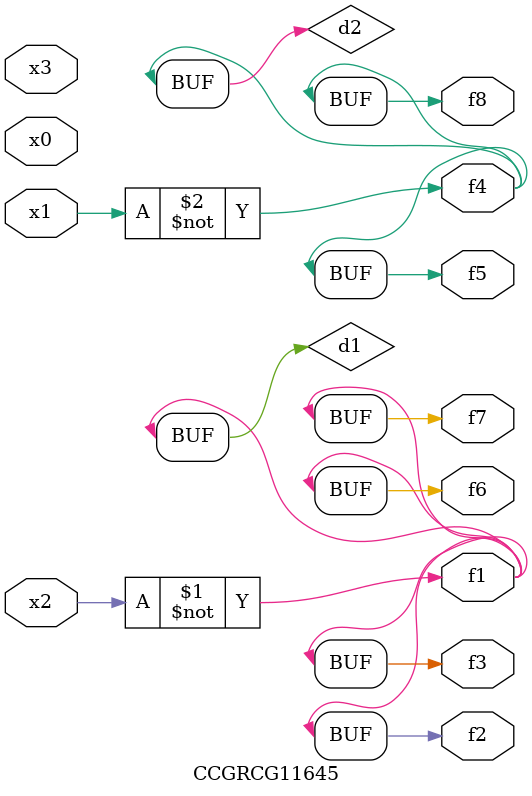
<source format=v>
module CCGRCG11645(
	input x0, x1, x2, x3,
	output f1, f2, f3, f4, f5, f6, f7, f8
);

	wire d1, d2;

	xnor (d1, x2);
	not (d2, x1);
	assign f1 = d1;
	assign f2 = d1;
	assign f3 = d1;
	assign f4 = d2;
	assign f5 = d2;
	assign f6 = d1;
	assign f7 = d1;
	assign f8 = d2;
endmodule

</source>
